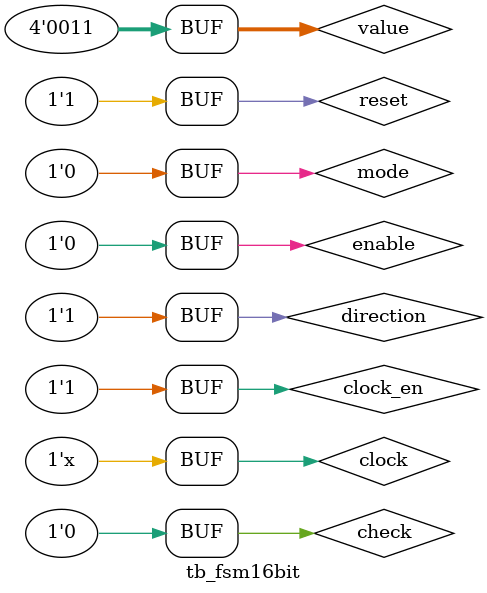
<source format=v>

`timescale 1 ns/1 ns

module tb_fsm16bit();
	reg         clock, reset, enable, check, mode, direction;
	reg			clock_en;
	reg   [3:0] value;
	wire [15:0] count;

	 parameter PERIOD = 20;	// Delay from clear to valid output.

 initial clock = 0;
	
	// Instantiate counter.
	fsm16bit dut(clock, reset, enable, check, mode, direction, value, count);	

	// Test the counter functionality here.
	// You should set up a 50 MHz clock, along with the various control and input signals.
	// Avoid using the Project 2 clock module, since it is not synthesizable.
	// Adding it to this project will cause Quartus to complain about its synthesizability.
	
	
	// Sequence the ENABLE and CLR signals
   initial begin
      clock_en = 1;
		reset = 1;
		check = 1;
		mode = 0;
enable = 0;
		direction = 0;
		value = 4'b0000;
		
		//reset
		#50 reset = 0;
		#50 reset = 1;
		
		
//Test Adding and Subtraction
      #50  value = 4'b0001;
	mode = 1;
	direction = 1;
	#20  enable = 1;
	#20 enable = 0;

	#20  enable = 1;
	#20 enable = 0;

	#20  enable = 1;
	#20 enable = 0;

	#20  enable = 1;
	#20 enable = 0;
	//Test Adds to four

	#50  value = 4'b0011;
	#20  enable = 1;
	#20 enable = 0;
	//Test Adds to seven
	direction = 0;
	#20  enable = 1;
	#20 enable = 0;

	#20  enable = 1;
	#20 enable = 0;

	//Test subtracts to 1	

	mode = 0;  //Test shift
	direction = 1;
	#20  enable = 1;
	#20 enable = 0;
	#20  enable = 1;
	#20 enable = 0;
//Test shifts left twice	
direction = 0;
	#20  enable = 1;
	#20 enable = 0;

	#20  enable = 1;
	#20 enable = 0;

	#20  enable = 1;
	#20 enable = 0;
//Test shifts right thrice to 1 at top
	direction = 1;
	#20  enable = 1;
	#20 enable = 0;

	#20 check = 0;
	#20  enable = 1;
	#20 enable = 0;
//Test 3872


   end
	
	
	
	   always begin
      #(PERIOD/2) if(clock_en)
         clock = ~clock;
   end

endmodule

</source>
